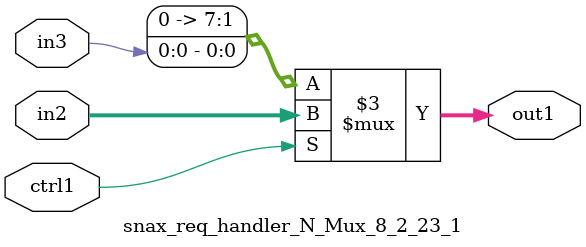
<source format=v>

`timescale 1ps / 1ps


module snax_req_handler_N_Mux_8_2_23_1( in3, in2, ctrl1, out1 );

    input in3;
    input [7:0] in2;
    input ctrl1;
    output [7:0] out1;
    reg [7:0] out1;

    
    // rtl_process:snax_req_handler_N_Mux_8_2_23_1/snax_req_handler_N_Mux_8_2_23_1_thread_1
    always @*
      begin : snax_req_handler_N_Mux_8_2_23_1_thread_1
        case (ctrl1) 
          1'b1: 
            begin
              out1 = in2;
            end
          default: 
            begin
              out1 = {7'b0000000, in3};
            end
        endcase
      end

endmodule


</source>
